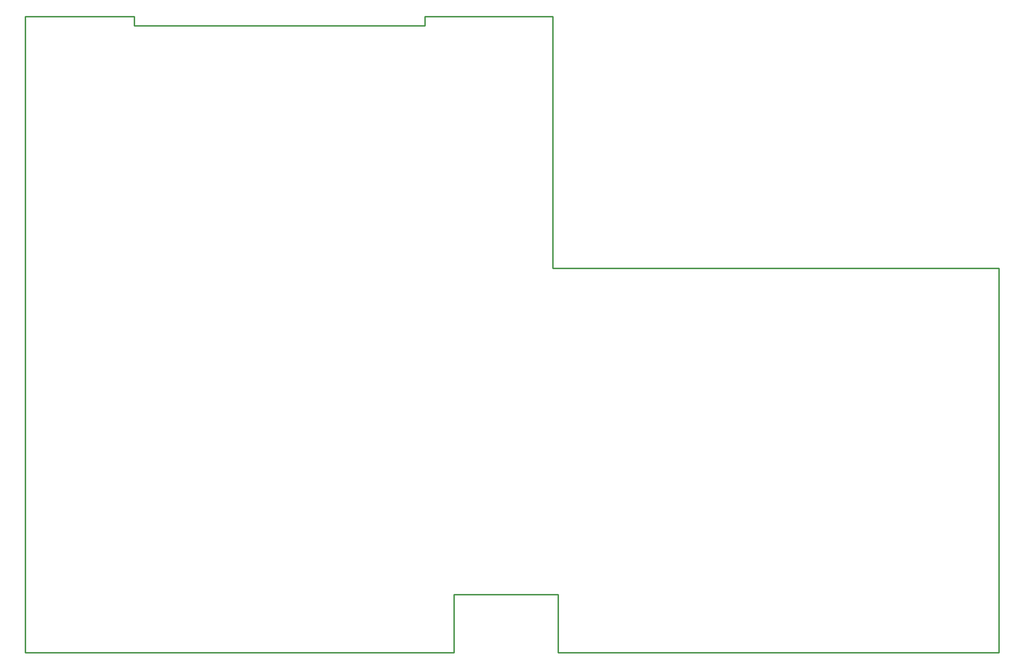
<source format=gbr>
G04 EAGLE Gerber RS-274X export*
G75*
%MOMM*%
%FSLAX34Y34*%
%LPD*%
%IN*%
%IPPOS*%
%AMOC8*
5,1,8,0,0,1.08239X$1,22.5*%
G01*
G04 Define Apertures*
%ADD10C,0.254000*%
D10*
X0Y0D02*
X749300Y0D01*
X749300Y101600D01*
X931300Y101600D01*
X931300Y0D01*
X1702000Y0D01*
X1702000Y672000D01*
X922000Y672000D01*
X922000Y1112000D01*
X698500Y1112000D01*
X698500Y1096000D01*
X190500Y1096000D01*
X190500Y1112000D01*
X0Y1112000D01*
X0Y0D01*
M02*

</source>
